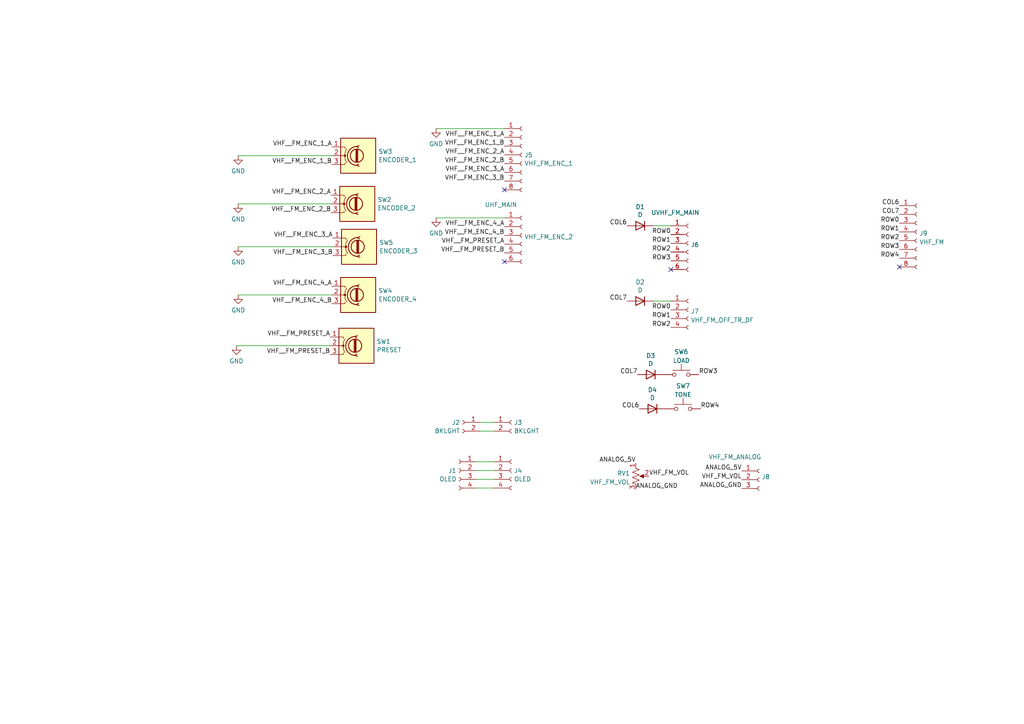
<source format=kicad_sch>
(kicad_sch (version 20230121) (generator eeschema)
  (paper "A4")
  (lib_symbols
    (symbol "Connector:Conn_01x02_Socket" (pin_names (offset 1.016) hide)
      (property "Reference" "J" (at 0 2.54 0))
      (property "Value" "Conn_01x02_Socket" (at 0 -5.08 0))
      (symbol "Conn_01x02_Socket_1_1"
        (arc (start 0 -2.032) (mid -0.5058 -2.54) (end 0 -3.048) (stroke (width 0.1524)))
        (polyline (pts (xy -1.27 -2.54) (xy -0.508 -2.54)) (stroke (width 0.1524)))
        (polyline (pts (xy -1.27 0) (xy -0.508 0)) (stroke (width 0.1524)))
        (arc (start 0 0.508) (mid -0.5058 0) (end 0 -0.508) (stroke (width 0.1524)))
        (pin passive line (at -5.08 0 0) (length 3.81) (name "Pin_1") (number "1"))
        (pin passive line (at -5.08 -2.54 0) (length 3.81) (name "Pin_2") (number "2"))
      )
    )
    (symbol "Connector:Conn_01x03_Female" (pin_names (offset 1.016) hide)
      (property "Reference" "J" (at 0 5.08 0))
      (property "Value" "Conn_01x03_Female" (at 0 -5.08 0))
      (symbol "Conn_01x03_Female_1_1"
        (arc (start 0 -2.032) (mid -0.5058 -2.54) (end 0 -3.048) (stroke (width 0.1524)))
        (polyline (pts (xy -1.27 -2.54) (xy -0.508 -2.54)) (stroke (width 0.1524)))
        (polyline (pts (xy -1.27 0) (xy -0.508 0)) (stroke (width 0.1524)))
        (polyline (pts (xy -1.27 2.54) (xy -0.508 2.54)) (stroke (width 0.1524)))
        (arc (start 0 0.508) (mid -0.5058 0) (end 0 -0.508) (stroke (width 0.1524)))
        (arc (start 0 3.048) (mid -0.5058 2.54) (end 0 2.032) (stroke (width 0.1524)))
        (pin passive line (at -5.08 2.54 0) (length 3.81) (name "Pin_1") (number "1"))
        (pin passive line (at -5.08 0 0) (length 3.81) (name "Pin_2") (number "2"))
        (pin passive line (at -5.08 -2.54 0) (length 3.81) (name "Pin_3") (number "3"))
      )
    )
    (symbol "Connector:Conn_01x04_Female" (pin_names (offset 1.016) hide)
      (property "Reference" "J" (at 0 5.08 0))
      (property "Value" "Conn_01x04_Female" (at 0 -7.62 0))
      (symbol "Conn_01x04_Female_1_1"
        (arc (start 0 -4.572) (mid -0.5058 -5.08) (end 0 -5.588) (stroke (width 0.1524)))
        (arc (start 0 -2.032) (mid -0.5058 -2.54) (end 0 -3.048) (stroke (width 0.1524)))
        (polyline (pts (xy -1.27 -5.08) (xy -0.508 -5.08)) (stroke (width 0.1524)))
        (polyline (pts (xy -1.27 -2.54) (xy -0.508 -2.54)) (stroke (width 0.1524)))
        (polyline (pts (xy -1.27 0) (xy -0.508 0)) (stroke (width 0.1524)))
        (polyline (pts (xy -1.27 2.54) (xy -0.508 2.54)) (stroke (width 0.1524)))
        (arc (start 0 0.508) (mid -0.5058 0) (end 0 -0.508) (stroke (width 0.1524)))
        (arc (start 0 3.048) (mid -0.5058 2.54) (end 0 2.032) (stroke (width 0.1524)))
        (pin passive line (at -5.08 2.54 0) (length 3.81) (name "Pin_1") (number "1"))
        (pin passive line (at -5.08 0 0) (length 3.81) (name "Pin_2") (number "2"))
        (pin passive line (at -5.08 -2.54 0) (length 3.81) (name "Pin_3") (number "3"))
        (pin passive line (at -5.08 -5.08 0) (length 3.81) (name "Pin_4") (number "4"))
      )
    )
    (symbol "Connector:Conn_01x04_Socket" (pin_names (offset 1.016) hide)
      (property "Reference" "J" (at 0 5.08 0))
      (property "Value" "Conn_01x04_Socket" (at 0 -7.62 0))
      (symbol "Conn_01x04_Socket_1_1"
        (arc (start 0 -4.572) (mid -0.5058 -5.08) (end 0 -5.588) (stroke (width 0.1524)))
        (arc (start 0 -2.032) (mid -0.5058 -2.54) (end 0 -3.048) (stroke (width 0.1524)))
        (polyline (pts (xy -1.27 -5.08) (xy -0.508 -5.08)) (stroke (width 0.1524)))
        (polyline (pts (xy -1.27 -2.54) (xy -0.508 -2.54)) (stroke (width 0.1524)))
        (polyline (pts (xy -1.27 0) (xy -0.508 0)) (stroke (width 0.1524)))
        (polyline (pts (xy -1.27 2.54) (xy -0.508 2.54)) (stroke (width 0.1524)))
        (arc (start 0 0.508) (mid -0.5058 0) (end 0 -0.508) (stroke (width 0.1524)))
        (arc (start 0 3.048) (mid -0.5058 2.54) (end 0 2.032) (stroke (width 0.1524)))
        (pin passive line (at -5.08 2.54 0) (length 3.81) (name "Pin_1") (number "1"))
        (pin passive line (at -5.08 0 0) (length 3.81) (name "Pin_2") (number "2"))
        (pin passive line (at -5.08 -2.54 0) (length 3.81) (name "Pin_3") (number "3"))
        (pin passive line (at -5.08 -5.08 0) (length 3.81) (name "Pin_4") (number "4"))
      )
    )
    (symbol "Connector:Conn_01x06_Female" (pin_names (offset 1.016) hide)
      (property "Reference" "J" (at 0 7.62 0))
      (property "Value" "Conn_01x06_Female" (at 0 -10.16 0))
      (symbol "Conn_01x06_Female_1_1"
        (arc (start 0 -7.112) (mid -0.5058 -7.62) (end 0 -8.128) (stroke (width 0.1524)))
        (arc (start 0 -4.572) (mid -0.5058 -5.08) (end 0 -5.588) (stroke (width 0.1524)))
        (arc (start 0 -2.032) (mid -0.5058 -2.54) (end 0 -3.048) (stroke (width 0.1524)))
        (polyline (pts (xy -1.27 -7.62) (xy -0.508 -7.62)) (stroke (width 0.1524)))
        (polyline (pts (xy -1.27 -5.08) (xy -0.508 -5.08)) (stroke (width 0.1524)))
        (polyline (pts (xy -1.27 -2.54) (xy -0.508 -2.54)) (stroke (width 0.1524)))
        (polyline (pts (xy -1.27 0) (xy -0.508 0)) (stroke (width 0.1524)))
        (polyline (pts (xy -1.27 2.54) (xy -0.508 2.54)) (stroke (width 0.1524)))
        (polyline (pts (xy -1.27 5.08) (xy -0.508 5.08)) (stroke (width 0.1524)))
        (arc (start 0 0.508) (mid -0.5058 0) (end 0 -0.508) (stroke (width 0.1524)))
        (arc (start 0 3.048) (mid -0.5058 2.54) (end 0 2.032) (stroke (width 0.1524)))
        (arc (start 0 5.588) (mid -0.5058 5.08) (end 0 4.572) (stroke (width 0.1524)))
        (pin passive line (at -5.08 5.08 0) (length 3.81) (name "Pin_1") (number "1"))
        (pin passive line (at -5.08 2.54 0) (length 3.81) (name "Pin_2") (number "2"))
        (pin passive line (at -5.08 0 0) (length 3.81) (name "Pin_3") (number "3"))
        (pin passive line (at -5.08 -2.54 0) (length 3.81) (name "Pin_4") (number "4"))
        (pin passive line (at -5.08 -5.08 0) (length 3.81) (name "Pin_5") (number "5"))
        (pin passive line (at -5.08 -7.62 0) (length 3.81) (name "Pin_6") (number "6"))
      )
    )
    (symbol "Connector:Conn_01x08_Female" (pin_names (offset 1.016) hide)
      (property "Reference" "J" (at 0 10.16 0))
      (property "Value" "Conn_01x08_Female" (at 0 -12.7 0))
      (symbol "Conn_01x08_Female_1_1"
        (arc (start 0 -9.652) (mid -0.5058 -10.16) (end 0 -10.668) (stroke (width 0.1524)))
        (arc (start 0 -7.112) (mid -0.5058 -7.62) (end 0 -8.128) (stroke (width 0.1524)))
        (arc (start 0 -4.572) (mid -0.5058 -5.08) (end 0 -5.588) (stroke (width 0.1524)))
        (arc (start 0 -2.032) (mid -0.5058 -2.54) (end 0 -3.048) (stroke (width 0.1524)))
        (polyline (pts (xy -1.27 -10.16) (xy -0.508 -10.16)) (stroke (width 0.1524)))
        (polyline (pts (xy -1.27 -7.62) (xy -0.508 -7.62)) (stroke (width 0.1524)))
        (polyline (pts (xy -1.27 -5.08) (xy -0.508 -5.08)) (stroke (width 0.1524)))
        (polyline (pts (xy -1.27 -2.54) (xy -0.508 -2.54)) (stroke (width 0.1524)))
        (polyline (pts (xy -1.27 0) (xy -0.508 0)) (stroke (width 0.1524)))
        (polyline (pts (xy -1.27 2.54) (xy -0.508 2.54)) (stroke (width 0.1524)))
        (polyline (pts (xy -1.27 5.08) (xy -0.508 5.08)) (stroke (width 0.1524)))
        (polyline (pts (xy -1.27 7.62) (xy -0.508 7.62)) (stroke (width 0.1524)))
        (arc (start 0 0.508) (mid -0.5058 0) (end 0 -0.508) (stroke (width 0.1524)))
        (arc (start 0 3.048) (mid -0.5058 2.54) (end 0 2.032) (stroke (width 0.1524)))
        (arc (start 0 5.588) (mid -0.5058 5.08) (end 0 4.572) (stroke (width 0.1524)))
        (arc (start 0 8.128) (mid -0.5058 7.62) (end 0 7.112) (stroke (width 0.1524)))
        (pin passive line (at -5.08 7.62 0) (length 3.81) (name "Pin_1") (number "1"))
        (pin passive line (at -5.08 5.08 0) (length 3.81) (name "Pin_2") (number "2"))
        (pin passive line (at -5.08 2.54 0) (length 3.81) (name "Pin_3") (number "3"))
        (pin passive line (at -5.08 0 0) (length 3.81) (name "Pin_4") (number "4"))
        (pin passive line (at -5.08 -2.54 0) (length 3.81) (name "Pin_5") (number "5"))
        (pin passive line (at -5.08 -5.08 0) (length 3.81) (name "Pin_6") (number "6"))
        (pin passive line (at -5.08 -7.62 0) (length 3.81) (name "Pin_7") (number "7"))
        (pin passive line (at -5.08 -10.16 0) (length 3.81) (name "Pin_8") (number "8"))
      )
    )
    (symbol "Device:D" (pin_numbers hide) (pin_names (offset 1.016) hide)
      (property "Reference" "D" (at 0 2.54 0))
      (property "Value" "D" (at 0 -2.54 0))
      (symbol "D_0_1"
        (polyline (pts (xy -1.27 1.27) (xy -1.27 -1.27)) (stroke (width 0.254)))
        (polyline (pts (xy 1.27 0) (xy -1.27 0)))
        (polyline (pts (xy 1.27 1.27) (xy 1.27 -1.27) (xy -1.27 0) (xy 1.27 1.27)) (stroke (width 0.254)))
      )
      (symbol "D_1_1"
        (pin passive line (at -3.81 0 0) (length 2.54) (name "K") (number "1"))
        (pin passive line (at 3.81 0 180) (length 2.54) (name "A") (number "2"))
      )
    )
    (symbol "Device:R_Potentiometer_US" (pin_names (offset 1.016) hide)
      (property "Reference" "RV" (at -4.445 0 90))
      (property "Value" "R_Potentiometer_US" (at -2.54 0 90))
      (symbol "R_Potentiometer_US_0_1"
        (polyline (pts (xy 0 -2.286) (xy 0 -2.54)))
        (polyline (pts (xy 0 2.54) (xy 0 2.286)))
        (polyline (pts (xy 2.54 0) (xy 1.524 0)))
        (polyline (pts (xy 1.143 0) (xy 2.286 0.508) (xy 2.286 -0.508) (xy 1.143 0)) (fill (type outline)))
        (polyline (pts (xy 0 -0.762) (xy 1.016 -1.143) (xy 0 -1.524) (xy -1.016 -1.905) (xy 0 -2.286)))
        (polyline (pts (xy 0 0.762) (xy 1.016 0.381) (xy 0 0) (xy -1.016 -0.381) (xy 0 -0.762)))
        (polyline (pts (xy 0 2.286) (xy 1.016 1.905) (xy 0 1.524) (xy -1.016 1.143) (xy 0 0.762)))
      )
      (symbol "R_Potentiometer_US_1_1"
        (pin passive line (at 0 3.81 270) (length 1.27) (name "1") (number "1"))
        (pin passive line (at 3.81 0 180) (length 1.27) (name "2") (number "2"))
        (pin passive line (at 0 -3.81 90) (length 1.27) (name "3") (number "3"))
      )
    )
    (symbol "RotaryEncoder_2" (pin_names (offset 0.254) hide)
      (property "Reference" "SW2" (at 5.842 0.8347 0))
      (property "Value" "ENCODER_2" (at 5.842 -1.7022 0))
      (symbol "RotaryEncoder_2_0_1"
        (rectangle (start -5.08 5.08) (end 5.08 -5.08) (stroke (width 0.254)) (fill (type background)))
        (circle (center -3.81 0) (radius 0.254) (fill (type outline)))
        (circle (center -0.381 0) (radius 1.905) (stroke (width 0.254)))
        (arc (start -0.381 2.667) (mid -3.0988 -0.0635) (end -0.381 -2.794) (stroke (width 0.254)))
        (polyline (pts (xy -0.635 -1.778) (xy -0.635 1.778)) (stroke (width 0.254)))
        (polyline (pts (xy -0.381 -1.778) (xy -0.381 1.778)) (stroke (width 0.254)))
        (polyline (pts (xy -0.127 1.778) (xy -0.127 -1.778)) (stroke (width 0.254)))
        (polyline (pts (xy -5.08 -2.54) (xy -3.81 -2.54) (xy -3.81 -2.032)))
        (polyline (pts (xy -5.08 2.54) (xy -3.81 2.54) (xy -3.81 2.032)))
        (polyline (pts (xy 0.254 -3.048) (xy -0.508 -2.794) (xy 0.127 -2.413)) (stroke (width 0.254)))
        (polyline (pts (xy 0.254 2.921) (xy -0.508 2.667) (xy 0.127 2.286)) (stroke (width 0.254)))
        (polyline (pts (xy -5.08 0) (xy -3.81 0) (xy -3.81 -1.016) (xy -3.302 -2.032)))
        (polyline (pts (xy -4.318 0) (xy -3.81 0) (xy -3.81 1.016) (xy -3.302 2.032)))
      )
      (symbol "RotaryEncoder_2_1_1"
        (pin passive line (at -7.62 2.54 0) (length 2.54) (name "1") (number "1"))
        (pin passive line (at -7.62 0 0) (length 2.54) (name "2") (number "2"))
        (pin passive line (at -7.62 -2.54 0) (length 2.54) (name "3") (number "3"))
      )
    )
    (symbol "Switch:SW_Push" (pin_numbers hide) (pin_names (offset 1.016) hide)
      (property "Reference" "SW" (at 1.27 2.54 0))
      (property "Value" "SW_Push" (at 0 -1.524 0))
      (symbol "SW_Push_0_1"
        (circle (center -2.032 0) (radius 0.508))
        (polyline (pts (xy 0 1.27) (xy 0 3.048)))
        (polyline (pts (xy 2.54 1.27) (xy -2.54 1.27)))
        (circle (center 2.032 0) (radius 0.508))
        (pin passive line (at -5.08 0 0) (length 2.54) (name "1") (number "1"))
        (pin passive line (at 5.08 0 180) (length 2.54) (name "2") (number "2"))
      )
    )
    (symbol "power:GND" (power) (pin_names (offset 0))
      (property "Value" "GND" (at 0 -3.81 0))
      (symbol "GND_0_1"
        (polyline (pts (xy 0 0) (xy 0 -1.27) (xy 1.27 -1.27) (xy 0 -2.54) (xy -1.27 -1.27) (xy 0 -1.27)))
      )
      (symbol "GND_1_1"
        (pin power_in line (at 0 0 270) (length 0) hide (name "GND") (number "1"))
      )
    )
  )
  (no_connect (at 194.564 78.1812))
  (no_connect (at 146.304 75.8952))
  (no_connect (at 146.304 55.0672))
  (no_connect (at 260.858 77.4192))
  (wire (pts (xy 139.2174 122.5042) (xy 143.2814 122.5042)))
  (wire (pts (xy 138.2014 133.9342) (xy 143.2814 133.9342)))
  (wire (pts (xy 68.58 100.2792) (xy 95.758 100.2792)))
  (wire (pts (xy 69.088 59.1312) (xy 96.012 59.1312)))
  (wire (pts (xy 69.088 45.1612) (xy 96.266 45.1612)))
  (wire (pts (xy 189.484 65.4812) (xy 194.564 65.4812)))
  (wire (pts (xy 69.088 85.5472) (xy 96.266 85.5472)))
  (wire (pts (xy 126.492 37.2872) (xy 146.304 37.2872)))
  (wire (pts (xy 126.492 63.1952) (xy 146.304 63.1952)))
  (wire (pts (xy 138.2014 139.0142) (xy 143.2814 139.0142)))
  (wire (pts (xy 69.088 71.5772) (xy 96.52 71.5772)))
  (wire (pts (xy 138.2014 141.5542) (xy 143.2814 141.5542)))
  (wire (pts (xy 189.484 87.3252) (xy 194.564 87.3252)))
  (wire (pts (xy 138.2014 136.4742) (xy 143.2814 136.4742)))
  (wire (pts (xy 139.2174 125.0442) (xy 143.2814 125.0442)))
  (label "VHF__FM_PRESET_A" (at 95.758 97.7392 180))
  (label "ANALOG_5V" (at 184.404 134.3152 180))
  (label "ROW3" (at 202.692 108.6612 0))
  (label "VHF_FM_VOL" (at 215.138 139.1412 180))
  (label "VHF__FM_ENC_3_B" (at 96.52 74.1172 180))
  (label "ANALOG_5V" (at 215.138 136.6012 180))
  (label "ROW0" (at 260.858 64.7192 180))
  (label "COL6" (at 185.42 118.5672 180))
  (label "VHF__FM_ENC_4_B" (at 96.266 88.0872 180))
  (label "ROW1" (at 194.564 70.5612 180))
  (label "VHF__FM_ENC_2_A" (at 146.304 44.9072 180))
  (label "VHF__FM_PRESET_B" (at 95.758 102.8192 180))
  (label "COL7" (at 181.864 87.3252 180))
  (label "VHF__FM_ENC_4_A" (at 96.266 83.0072 180))
  (label "COL6" (at 260.858 59.6392 180))
  (label "VHF__FM_ENC_3_A" (at 146.304 49.9872 180))
  (label "ROW2" (at 194.564 73.1012 180))
  (label "VHF_FM_VOL" (at 188.214 138.1252 0))
  (label "ROW2" (at 194.564 94.9452 180))
  (label "ANALOG_GND" (at 184.404 141.9352 0))
  (label "VHF__FM_ENC_1_A" (at 146.304 39.8272 180))
  (label "VHF__FM_ENC_2_B" (at 146.304 47.4472 180))
  (label "VHF__FM_PRESET_B" (at 146.304 73.3552 180))
  (label "ROW3" (at 194.564 75.6412 180))
  (label "COL7" (at 260.858 62.1792 180))
  (label "VHF__FM_ENC_3_A" (at 96.52 69.0372 180))
  (label "ROW1" (at 194.564 92.4052 180))
  (label "VHF__FM_ENC_4_A" (at 146.304 65.7352 180))
  (label "ROW2" (at 260.858 69.7992 180))
  (label "VHF__FM_ENC_1_A" (at 96.266 42.6212 180))
  (label "ROW4" (at 260.858 74.8792 180))
  (label "VHF__FM_PRESET_A" (at 146.304 70.8152 180))
  (label "VHF__FM_ENC_3_B" (at 146.304 52.5272 180))
  (label "ROW3" (at 260.858 72.3392 180))
  (label "VHF__FM_ENC_1_B" (at 146.304 42.3672 180))
  (label "ROW0" (at 194.564 68.0212 180))
  (label "VHF__FM_ENC_2_B" (at 96.012 61.6712 180))
  (label "VHF__FM_ENC_4_B" (at 146.304 68.2752 180))
  (label "COL7" (at 184.912 108.6612 180))
  (label "VHF__FM_ENC_1_B" (at 96.266 47.7012 180))
  (label "COL6" (at 181.864 65.4812 180))
  (label "ROW4" (at 203.2 118.5672 0))
  (label "VHF__FM_ENC_2_A" (at 96.012 56.5912 180))
  (label "ROW1" (at 260.858 67.2592 180))
  (label "ROW0" (at 194.564 89.8652 180))
  (label "ANALOG_GND" (at 215.138 141.6812 180))
  (symbol (lib_id "Connector:Conn_01x02_Socket") (at 134.1374 122.5042 0) (mirror y) (unit 1)
    (property "Reference" "J2" (at 133.4262 122.5621 0) (effects (justify left)))
    (property "Value" "BKLGHT" (at 133.4262 124.9863 0) (effects (justify left)))
    (property "Footprint" "Connector_Molex:Molex_KK-254_AE-6410-02A_1x02_P2.54mm_Vertical" (effects hide))
  )
  (symbol (lib_name "RotaryEncoder_2") (lib_id "Device:RotaryEncoder") (at 103.378 100.2792 0) (unit 1)
    (property "Reference" "SW1" (at 109.22 99.0671 0) (effects (justify left)))
    (property "Value" "PRESET" (at 109.22 101.4913 0) (effects (justify left)))
    (property "Footprint" "Connector_Molex:Molex_KK-254_AE-6410-03A_1x03_P2.54mm_Vertical" (effects hide))
  )
  (symbol (lib_id "power:GND") (at 126.492 37.2872 0) (unit 1)
    (property "Reference" "#PWR06" (effects hide))
    (property "Value" "GND" (at 126.492 41.7306 0))
  )
  (symbol (lib_id "power:GND") (at 69.088 59.1312 0) (unit 1)
    (property "Reference" "#PWR03" (effects hide))
    (property "Value" "GND" (at 69.088 63.5746 0))
  )
  (symbol (lib_id "power:GND") (at 69.088 71.5772 0) (unit 1)
    (property "Reference" "#PWR04" (effects hide))
    (property "Value" "GND" (at 69.088 76.0206 0))
  )
  (symbol (lib_id "Connector:Conn_01x08_Female") (at 265.938 67.2592 0) (unit 1)
    (property "Reference" "J9" (at 266.6492 67.6945 0) (effects (justify left)))
    (property "Value" "VHF_FM" (at 266.6492 70.2314 0) (effects (justify left)))
    (property "Footprint" "Connector_Molex:Molex_KK-254_AE-6410-06A_1x06_P2.54mm_Vertical" (effects hide))
  )
  (symbol (lib_name "RotaryEncoder_2") (lib_id "Device:RotaryEncoder") (at 104.14 71.5772 0) (unit 1)
    (property "Reference" "SW5" (at 109.982 70.3651 0) (effects (justify left)))
    (property "Value" "ENCODER_3" (at 109.982 72.7893 0) (effects (justify left)))
    (property "Footprint" "Connector_Molex:Molex_KK-254_AE-6410-03A_1x03_P2.54mm_Vertical" (effects hide))
  )
  (symbol (lib_name "RotaryEncoder_2") (lib_id "Device:RotaryEncoder") (at 103.632 59.1312 0) (unit 1)
    (property "Reference" "SW2" (at 109.474 57.9191 0) (effects (justify left)))
    (property "Value" "ENCODER_2" (at 109.474 60.3433 0) (effects (justify left)))
    (property "Footprint" "Connector_Molex:Molex_KK-254_AE-6410-03A_1x03_P2.54mm_Vertical" (effects hide))
  )
  (symbol (lib_id "Connector:Conn_01x04_Socket") (at 133.1214 136.4742 0) (mirror y) (unit 1)
    (property "Reference" "J1" (at 132.4102 136.5321 0) (effects (justify left)))
    (property "Value" "OLED" (at 132.4102 138.9563 0) (effects (justify left)))
    (property "Footprint" "Connector_Molex:Molex_KK-254_AE-6410-04A_1x04_P2.54mm_Vertical" (effects hide))
  )
  (symbol (lib_id "Connector:Conn_01x08_Female") (at 151.384 44.9072 0) (unit 1)
    (property "Reference" "J5" (at 152.0952 44.9651 0) (effects (justify left)))
    (property "Value" "VHF_FM_ENC_1" (at 152.0952 47.3893 0) (effects (justify left)))
    (property "Footprint" "Connector_Molex:Molex_KK-254_AE-6410-08A_1x08_P2.54mm_Vertical" (effects hide))
  )
  (symbol (lib_id "power:GND") (at 126.492 63.1952 0) (unit 1)
    (property "Reference" "#PWR07" (effects hide))
    (property "Value" "GND" (at 126.492 67.6386 0))
  )
  (symbol (lib_id "Switch:SW_Push") (at 197.612 108.6612 0) (unit 1)
    (property "Reference" "SW6" (at 197.612 102.0404 0))
    (property "Value" "LOAD" (at 197.612 104.5773 0))
    (property "Footprint" "Connector_Molex:Molex_KK-254_AE-6410-02A_1x02_P2.54mm_Vertical" (effects hide))
  )
  (symbol (lib_id "power:GND") (at 68.58 100.2792 0) (unit 1)
    (property "Reference" "#PWR01" (effects hide))
    (property "Value" "GND" (at 68.58 104.7226 0))
  )
  (symbol (lib_id "Connector:Conn_01x03_Female") (at 220.218 139.1412 0) (unit 1)
    (property "Reference" "J8" (at 220.9292 138.3065 0) (effects (justify left)))
    (property "Value" "VHF_FM_ANALOG" (at 205.486 132.5372 0) (effects (justify left)))
    (property "Footprint" "Connector_Molex:Molex_KK-254_AE-6410-03A_1x03_P2.54mm_Vertical" (effects hide))
  )
  (symbol (lib_id "Device:D") (at 185.674 65.4812 0) (mirror y) (unit 1)
    (property "Reference" "D1" (at 185.674 59.9948 0))
    (property "Value" "D" (at 185.674 62.3062 0))
    (property "Footprint" "Diode_THT:D_A-405_P7.62mm_Horizontal" (effects hide))
  )
  (symbol (lib_id "Connector:Conn_01x04_Socket") (at 148.3614 136.4742 0) (unit 1)
    (property "Reference" "J4" (at 149.0726 136.5321 0) (effects (justify left)))
    (property "Value" "OLED" (at 149.0726 138.9563 0) (effects (justify left)))
    (property "Footprint" "Connector_Molex:Molex_KK-254_AE-6410-04A_1x04_P2.54mm_Vertical" (effects hide))
  )
  (symbol (lib_name "RotaryEncoder_2") (lib_id "Device:RotaryEncoder") (at 103.886 45.1612 0) (unit 1)
    (property "Reference" "SW3" (at 109.728 43.9491 0) (effects (justify left)))
    (property "Value" "ENCODER_1" (at 109.728 46.3733 0) (effects (justify left)))
    (property "Footprint" "Connector_Molex:Molex_KK-254_AE-6410-03A_1x03_P2.54mm_Vertical" (effects hide))
  )
  (symbol (lib_id "Device:D") (at 185.674 87.3252 0) (mirror y) (unit 1)
    (property "Reference" "D2" (at 185.674 81.8388 0))
    (property "Value" "D" (at 185.674 84.1502 0))
    (property "Footprint" "Diode_THT:D_A-405_P7.62mm_Horizontal" (effects hide))
  )
  (symbol (lib_id "Switch:SW_Push") (at 198.12 118.5672 0) (unit 1)
    (property "Reference" "SW7" (at 198.12 111.9464 0))
    (property "Value" "TONE" (at 198.12 114.4833 0))
    (property "Footprint" "Connector_Molex:Molex_KK-254_AE-6410-02A_1x02_P2.54mm_Vertical" (effects hide))
  )
  (symbol (lib_id "power:GND") (at 69.088 45.1612 0) (unit 1)
    (property "Reference" "#PWR02" (effects hide))
    (property "Value" "GND" (at 69.088 49.6046 0))
  )
  (symbol (lib_id "Device:D") (at 189.23 118.5672 0) (mirror y) (unit 1)
    (property "Reference" "D4" (at 189.23 113.0808 0))
    (property "Value" "D" (at 189.23 115.3922 0))
    (property "Footprint" "Diode_THT:D_A-405_P7.62mm_Horizontal" (effects hide))
  )
  (symbol (lib_id "Connector:Conn_01x02_Socket") (at 148.3614 122.5042 0) (unit 1)
    (property "Reference" "J3" (at 149.0726 122.5621 0) (effects (justify left)))
    (property "Value" "BKLGHT" (at 149.0726 124.9863 0) (effects (justify left)))
    (property "Footprint" "Connector_Molex:Molex_KK-254_AE-6410-02A_1x02_P2.54mm_Vertical" (effects hide))
  )
  (symbol (lib_id "Device:D") (at 188.722 108.6612 0) (mirror y) (unit 1)
    (property "Reference" "D3" (at 188.722 103.1748 0))
    (property "Value" "D" (at 188.722 105.4862 0))
    (property "Footprint" "Diode_THT:D_A-405_P7.62mm_Horizontal" (effects hide))
  )
  (symbol (lib_id "Connector:Conn_01x04_Female") (at 199.644 89.8652 0) (unit 1)
    (property "Reference" "J7" (at 200.3552 90.3005 0) (effects (justify left)))
    (property "Value" "VHF_FM_OFF_TR_DF" (at 200.3552 92.8374 0) (effects (justify left)))
    (property "Footprint" "Connector_Molex:Molex_KK-254_AE-6410-04A_1x04_P2.54mm_Vertical" (effects hide))
  )
  (symbol (lib_id "Connector:Conn_01x06_Female") (at 151.384 68.2752 0) (unit 1)
    (property "Reference" "VHF_FM_ENC_2" (at 152.0952 68.7105 0) (effects (justify left)))
    (property "Value" "UHF_MAIN" (at 140.589 59.3852 0) (effects (justify left)))
    (property "Footprint" "Connector_Molex:Molex_KK-254_AE-6410-06A_1x06_P2.54mm_Vertical" (effects hide))
  )
  (symbol (lib_id "Connector:Conn_01x06_Female") (at 199.644 70.5612 0) (unit 1)
    (property "Reference" "J6" (at 200.3552 70.9965 0) (effects (justify left)))
    (property "Value" "UVHF_FM_MAIN" (at 188.849 61.6712 0) (effects (justify left)))
    (property "Footprint" "Connector_Molex:Molex_KK-254_AE-6410-06A_1x06_P2.54mm_Vertical" (effects hide))
  )
  (symbol (lib_id "Device:R_Potentiometer_US") (at 184.404 138.1252 0) (unit 1)
    (property "Reference" "RV1" (at 182.753 137.2905 0) (effects (justify right)))
    (property "Value" "VHF_FM_VOL" (at 182.753 139.8274 0) (effects (justify right)))
    (property "Footprint" "Connector_Molex:Molex_KK-254_AE-6410-03A_1x03_P2.54mm_Vertical" (effects hide))
  )
  (symbol (lib_id "power:GND") (at 69.088 85.5472 0) (unit 1)
    (property "Reference" "#PWR05" (effects hide))
    (property "Value" "GND" (at 69.088 89.9906 0))
  )
  (symbol (lib_name "RotaryEncoder_2") (lib_id "Device:RotaryEncoder") (at 103.886 85.5472 0) (unit 1)
    (property "Reference" "SW4" (at 109.728 84.3351 0) (effects (justify left)))
    (property "Value" "ENCODER_4" (at 109.728 86.7593 0) (effects (justify left)))
    (property "Footprint" "Connector_Molex:Molex_KK-254_AE-6410-03A_1x03_P2.54mm_Vertical" (effects hide))
  )
)
</source>
